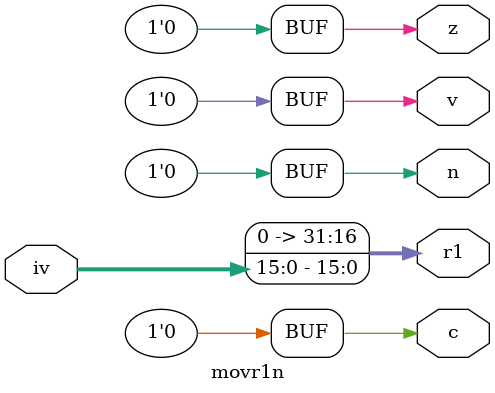
<source format=v>
module movr1n (iv, r1, n, z, c, v);
input [15:0] iv;
output [31:0] r1;
output reg n, z, c, v;
assign r1 = {{16{1'b0}},iv};

assign n = 1'b0;
assign z = 1'b0;
assign c = 1'b0;
assign v = 1'b0;

endmodule

</source>
